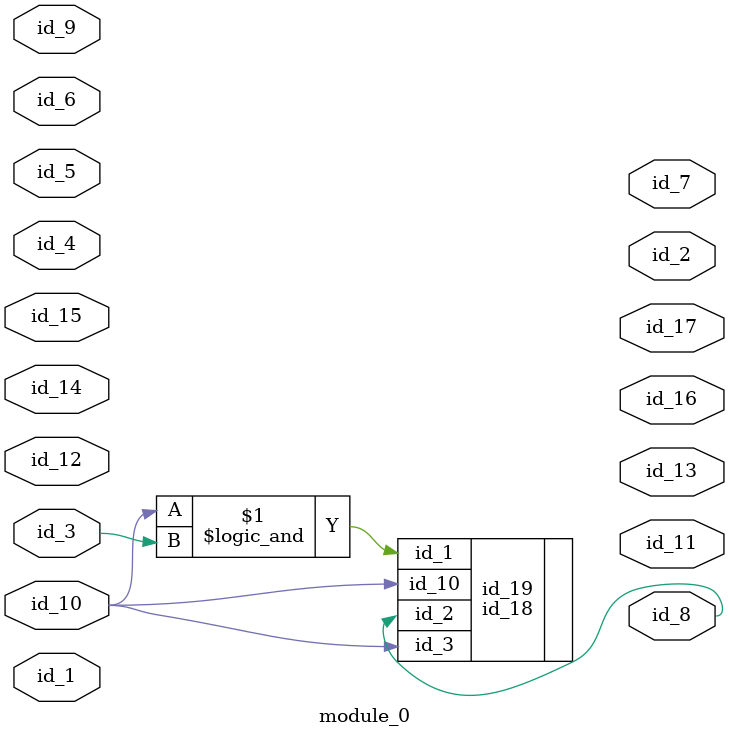
<source format=v>
module module_0 (
    id_1,
    id_2,
    id_3,
    id_4,
    id_5,
    id_6,
    id_7,
    id_8,
    id_9,
    id_10,
    id_11,
    id_12,
    id_13,
    id_14,
    id_15,
    id_16,
    id_17
);
  output id_17;
  output id_16;
  input id_15;
  input id_14;
  output id_13;
  input id_12;
  output id_11;
  input id_10;
  input id_9;
  output id_8;
  output id_7;
  input id_6;
  input id_5;
  input id_4;
  input id_3;
  output id_2;
  input id_1;
  id_18 id_19 (
      .id_2 (id_8),
      .id_1 (id_10 && id_3),
      .id_3 (id_10),
      .id_10(id_10)
  );
endmodule

</source>
